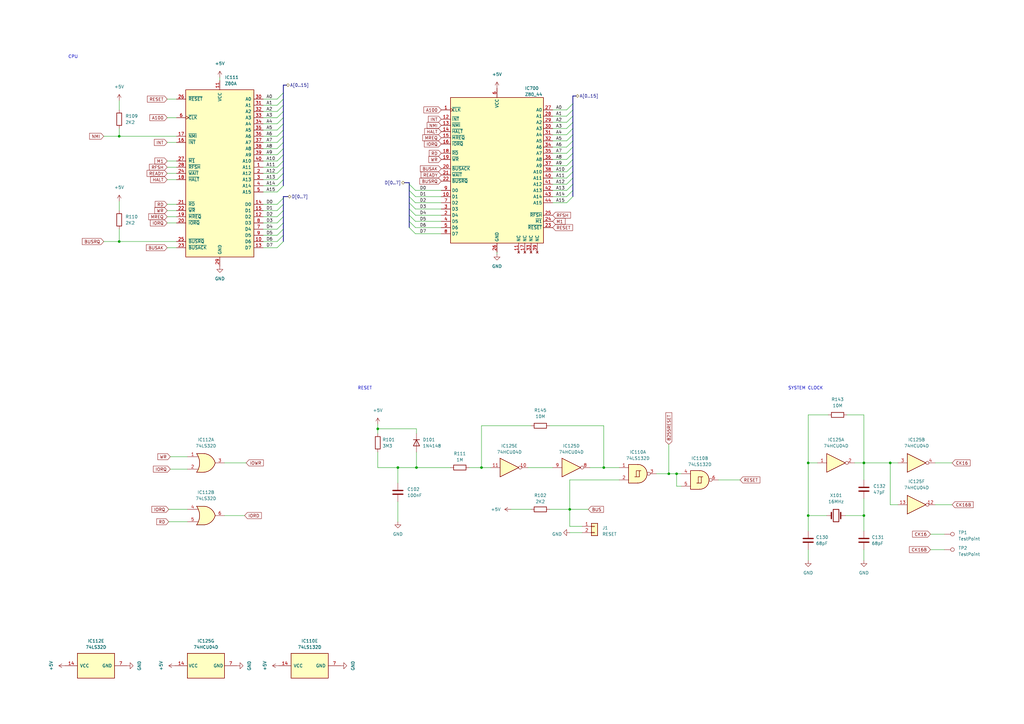
<source format=kicad_sch>
(kicad_sch (version 20230121) (generator eeschema)
  (paper "A3")
  (lib_symbols
    (symbol "74xx:74LS04"
      (property "Reference" "U" (at 0 1.27 0))
      (property "Value" "74LS04" (at 0 -1.27 0))
      (symbol "74LS04_1_0"
        (pin input line (at -7.62 0 0) (length 3.81) (name "~") (number "1"))
        (pin output inverted (at 7.62 0 180) (length 3.81) (name "~") (number "2"))
      )
      (symbol "74LS04_2_0"
        (pin input line (at -7.62 0 0) (length 3.81) (name "~") (number "3"))
        (pin output inverted (at 7.62 0 180) (length 3.81) (name "~") (number "4"))
      )
      (symbol "74LS04_3_0"
        (pin input line (at -7.62 0 0) (length 3.81) (name "~") (number "5"))
        (pin output inverted (at 7.62 0 180) (length 3.81) (name "~") (number "6"))
      )
      (symbol "74LS04_4_0"
        (pin output inverted (at 7.62 0 180) (length 3.81) (name "~") (number "8"))
        (pin input line (at -7.62 0 0) (length 3.81) (name "~") (number "9"))
      )
      (symbol "74LS04_5_0"
        (pin output inverted (at 7.62 0 180) (length 3.81) (name "~") (number "10"))
        (pin input line (at -7.62 0 0) (length 3.81) (name "~") (number "11"))
      )
      (symbol "74LS04_6_0"
        (pin output inverted (at 7.62 0 180) (length 3.81) (name "~") (number "12"))
        (pin input line (at -7.62 0 0) (length 3.81) (name "~") (number "13"))
      )
      (symbol "74LS04_7_0"
        (pin power_in line (at 0 12.7 270) (length 5.08) (name "VCC") (number "14"))
        (pin power_in line (at 0 -12.7 90) (length 5.08) (name "GND") (number "7"))
      )
    )
    (symbol "74xx:74LS132" (pin_names (offset 1.016))
      (property "Reference" "U" (at 0 1.27 0))
      (property "Value" "74LS132" (at 0 -1.27 0))
      (symbol "74LS132_1_1"
        (pin input line (at -7.62 2.54 0) (length 3.81) (name "~") (number "1"))
        (pin input line (at -7.62 -2.54 0) (length 3.81) (name "~") (number "2"))
        (pin output inverted (at 7.62 0 180) (length 3.81) (name "~") (number "3"))
      )
      (symbol "74LS132_1_2"
        (pin input inverted (at -7.62 2.54 0) (length 4.318) (name "~") (number "1"))
        (pin input inverted (at -7.62 -2.54 0) (length 4.318) (name "~") (number "2"))
        (pin output line (at 7.62 0 180) (length 3.81) (name "~") (number "3"))
      )
      (symbol "74LS132_2_1"
        (pin input line (at -7.62 2.54 0) (length 3.81) (name "~") (number "4"))
        (pin input line (at -7.62 -2.54 0) (length 3.81) (name "~") (number "5"))
        (pin output inverted (at 7.62 0 180) (length 3.81) (name "~") (number "6"))
      )
      (symbol "74LS132_2_2"
        (pin input inverted (at -7.62 2.54 0) (length 4.318) (name "~") (number "4"))
        (pin input inverted (at -7.62 -2.54 0) (length 4.318) (name "~") (number "5"))
        (pin output line (at 7.62 0 180) (length 3.81) (name "~") (number "6"))
      )
      (symbol "74LS132_3_1"
        (pin input line (at -7.62 -2.54 0) (length 3.81) (name "~") (number "10"))
        (pin output inverted (at 7.62 0 180) (length 3.81) (name "~") (number "8"))
        (pin input line (at -7.62 2.54 0) (length 3.81) (name "~") (number "9"))
      )
      (symbol "74LS132_3_2"
        (pin input inverted (at -7.62 -2.54 0) (length 4.318) (name "~") (number "10"))
        (pin output line (at 7.62 0 180) (length 3.81) (name "~") (number "8"))
        (pin input inverted (at -7.62 2.54 0) (length 4.318) (name "~") (number "9"))
      )
      (symbol "74LS132_4_1"
        (pin output inverted (at 7.62 0 180) (length 3.81) (name "~") (number "11"))
        (pin input line (at -7.62 2.54 0) (length 3.81) (name "~") (number "12"))
        (pin input line (at -7.62 -2.54 0) (length 3.81) (name "~") (number "13"))
      )
      (symbol "74LS132_4_2"
        (pin output line (at 7.62 0 180) (length 3.81) (name "~") (number "11"))
        (pin input inverted (at -7.62 2.54 0) (length 4.318) (name "~") (number "12"))
        (pin input inverted (at -7.62 -2.54 0) (length 4.318) (name "~") (number "13"))
      )
      (symbol "74LS132_5_0"
        (pin power_in line (at 0 12.7 270) (length 5.08) (name "VCC") (number "14"))
        (pin power_in line (at 0 -12.7 90) (length 5.08) (name "GND") (number "7"))
      )
    )
    (symbol "74xx:74LS32" (pin_names (offset 1.016))
      (property "Reference" "U" (at 0 1.27 0))
      (property "Value" "74LS32" (at 0 -1.27 0))
      (symbol "74LS32_1_1"
        (pin input line (at -7.62 2.54 0) (length 4.318) (name "~") (number "1"))
        (pin input line (at -7.62 -2.54 0) (length 4.318) (name "~") (number "2"))
        (pin output line (at 7.62 0 180) (length 3.81) (name "~") (number "3"))
      )
      (symbol "74LS32_1_2"
        (pin input inverted (at -7.62 2.54 0) (length 3.81) (name "~") (number "1"))
        (pin input inverted (at -7.62 -2.54 0) (length 3.81) (name "~") (number "2"))
        (pin output inverted (at 7.62 0 180) (length 3.81) (name "~") (number "3"))
      )
      (symbol "74LS32_2_1"
        (pin input line (at -7.62 2.54 0) (length 4.318) (name "~") (number "4"))
        (pin input line (at -7.62 -2.54 0) (length 4.318) (name "~") (number "5"))
        (pin output line (at 7.62 0 180) (length 3.81) (name "~") (number "6"))
      )
      (symbol "74LS32_2_2"
        (pin input inverted (at -7.62 2.54 0) (length 3.81) (name "~") (number "4"))
        (pin input inverted (at -7.62 -2.54 0) (length 3.81) (name "~") (number "5"))
        (pin output inverted (at 7.62 0 180) (length 3.81) (name "~") (number "6"))
      )
      (symbol "74LS32_3_1"
        (pin input line (at -7.62 -2.54 0) (length 4.318) (name "~") (number "10"))
        (pin output line (at 7.62 0 180) (length 3.81) (name "~") (number "8"))
        (pin input line (at -7.62 2.54 0) (length 4.318) (name "~") (number "9"))
      )
      (symbol "74LS32_3_2"
        (pin input inverted (at -7.62 -2.54 0) (length 3.81) (name "~") (number "10"))
        (pin output inverted (at 7.62 0 180) (length 3.81) (name "~") (number "8"))
        (pin input inverted (at -7.62 2.54 0) (length 3.81) (name "~") (number "9"))
      )
      (symbol "74LS32_4_1"
        (pin output line (at 7.62 0 180) (length 3.81) (name "~") (number "11"))
        (pin input line (at -7.62 2.54 0) (length 4.318) (name "~") (number "12"))
        (pin input line (at -7.62 -2.54 0) (length 4.318) (name "~") (number "13"))
      )
      (symbol "74LS32_4_2"
        (pin output inverted (at 7.62 0 180) (length 3.81) (name "~") (number "11"))
        (pin input inverted (at -7.62 2.54 0) (length 3.81) (name "~") (number "12"))
        (pin input inverted (at -7.62 -2.54 0) (length 3.81) (name "~") (number "13"))
      )
      (symbol "74LS32_5_0"
        (pin power_in line (at 0 12.7 270) (length 5.08) (name "VCC") (number "14"))
        (pin power_in line (at 0 -12.7 90) (length 5.08) (name "GND") (number "7"))
      )
    )
    (symbol "Amstrad:Z80_44"
      (property "Reference" "U" (at -17.78 31.75 0))
      (property "Value" "Z80_44" (at 15.24 31.75 0))
      (symbol "Z80_44_1_1"
        (pin input clock (at -22.86 25.4 0) (length 3.81) (name "~{CLK}") (number "1"))
        (pin bidirectional line (at -22.86 -10.16 0) (length 3.81) (name "D1") (number "10"))
        (pin no_connect line (at 8.89 -33.02 90) (length 3.81) (name "NC") (number "11"))
        (pin input line (at -22.86 21.59 0) (length 3.81) (name "~{INT}") (number "12"))
        (pin input line (at -22.86 19.05 0) (length 3.81) (name "~{NMI}") (number "13"))
        (pin output line (at -22.86 16.51 0) (length 3.81) (name "~{HALT}") (number "14"))
        (pin output line (at -22.86 13.97 0) (length 3.81) (name "~{MREQ}") (number "15"))
        (pin output line (at -22.86 11.43 0) (length 3.81) (name "~{IORQ}") (number "16"))
        (pin no_connect line (at 11.43 -33.02 90) (length 3.81) (name "NC") (number "17"))
        (pin output line (at -22.86 7.62 0) (length 3.81) (name "~{RD}") (number "18"))
        (pin output line (at -22.86 5.08 0) (length 3.81) (name "~{WR}") (number "19"))
        (pin bidirectional line (at -22.86 -17.78 0) (length 3.81) (name "D4") (number "2"))
        (pin output line (at -22.86 1.27 0) (length 3.81) (name "~{BUSACK}") (number "20"))
        (pin input line (at -22.86 -1.27 0) (length 3.81) (name "~{WAIT}") (number "21"))
        (pin input line (at -22.86 -3.81 0) (length 3.81) (name "~{BUSRQ}") (number "22"))
        (pin input line (at 22.86 -22.86 180) (length 3.81) (name "~{RESET}") (number "23"))
        (pin output line (at 22.86 -20.32 180) (length 3.81) (name "~{M1}") (number "24"))
        (pin output line (at 22.86 -17.78 180) (length 3.81) (name "~{RFSH}") (number "25"))
        (pin power_in line (at 0 -33.02 90) (length 3.81) (name "GND") (number "26"))
        (pin output line (at 22.86 25.4 180) (length 3.81) (name "A0") (number "27"))
        (pin output line (at 22.86 22.86 180) (length 3.81) (name "A1") (number "28"))
        (pin output line (at 22.86 20.32 180) (length 3.81) (name "A2") (number "29"))
        (pin bidirectional line (at -22.86 -15.24 0) (length 3.81) (name "D3") (number "3"))
        (pin output line (at 22.86 17.78 180) (length 3.81) (name "A3") (number "30"))
        (pin output line (at 22.86 15.24 180) (length 3.81) (name "A4") (number "31"))
        (pin output line (at 22.86 12.7 180) (length 3.81) (name "A5") (number "32"))
        (pin no_connect line (at 13.97 -33.02 90) (length 3.81) (name "NC") (number "33"))
        (pin output line (at 22.86 10.16 180) (length 3.81) (name "A6") (number "34"))
        (pin output line (at 22.86 7.62 180) (length 3.81) (name "A7") (number "35"))
        (pin output line (at 22.86 5.08 180) (length 3.81) (name "A8") (number "36"))
        (pin output line (at 22.86 2.54 180) (length 3.81) (name "A9") (number "37"))
        (pin output line (at 22.86 0 180) (length 3.81) (name "A10") (number "38"))
        (pin no_connect line (at 16.51 -33.02 90) (length 3.81) (name "NC") (number "39"))
        (pin bidirectional line (at -22.86 -20.32 0) (length 3.81) (name "D5") (number "4"))
        (pin output line (at 22.86 -2.54 180) (length 3.81) (name "A11") (number "40"))
        (pin output line (at 22.86 -5.08 180) (length 3.81) (name "A12") (number "41"))
        (pin output line (at 22.86 -7.62 180) (length 3.81) (name "A13") (number "42"))
        (pin output line (at 22.86 -10.16 180) (length 3.81) (name "A14") (number "43"))
        (pin output line (at 22.86 -12.7 180) (length 3.81) (name "A15") (number "44"))
        (pin bidirectional line (at -22.86 -22.86 0) (length 3.81) (name "D6") (number "5"))
        (pin power_in line (at 0 34.29 270) (length 3.81) (name "VCC") (number "6"))
        (pin bidirectional line (at -22.86 -12.7 0) (length 3.81) (name "D2") (number "7"))
        (pin bidirectional line (at -22.86 -25.4 0) (length 3.81) (name "D7") (number "8"))
        (pin bidirectional line (at -22.86 -7.62 0) (length 3.81) (name "D0") (number "9"))
      )
    )
    (symbol "CPU:Z80CPU" (pin_names (offset 1.016))
      (property "Reference" "U" (at -13.97 35.56 0))
      (property "Value" "Z80CPU" (at 6.35 35.56 0))
      (symbol "Z80CPU_1_1"
        (pin output line (at 17.78 2.54 180) (length 3.81) (name "A11") (number "1"))
        (pin bidirectional line (at 17.78 -27.94 180) (length 3.81) (name "D6") (number "10"))
        (pin power_in line (at 0 38.1 270) (length 3.81) (name "VCC") (number "11"))
        (pin bidirectional line (at 17.78 -17.78 180) (length 3.81) (name "D2") (number "12"))
        (pin bidirectional line (at 17.78 -30.48 180) (length 3.81) (name "D7") (number "13"))
        (pin bidirectional line (at 17.78 -12.7 180) (length 3.81) (name "D0") (number "14"))
        (pin bidirectional line (at 17.78 -15.24 180) (length 3.81) (name "D1") (number "15"))
        (pin input line (at -17.78 12.7 0) (length 3.81) (name "~{INT}") (number "16"))
        (pin input line (at -17.78 15.24 0) (length 3.81) (name "~{NMI}") (number "17"))
        (pin output line (at -17.78 -2.54 0) (length 3.81) (name "~{HALT}") (number "18"))
        (pin output line (at -17.78 -17.78 0) (length 3.81) (name "~{MREQ}") (number "19"))
        (pin output line (at 17.78 0 180) (length 3.81) (name "A12") (number "2"))
        (pin output line (at -17.78 -20.32 0) (length 3.81) (name "~{IORQ}") (number "20"))
        (pin output line (at -17.78 -12.7 0) (length 3.81) (name "~{RD}") (number "21"))
        (pin output line (at -17.78 -15.24 0) (length 3.81) (name "~{WR}") (number "22"))
        (pin output line (at -17.78 -30.48 0) (length 3.81) (name "~{BUSACK}") (number "23"))
        (pin input line (at -17.78 0 0) (length 3.81) (name "~{WAIT}") (number "24"))
        (pin input line (at -17.78 -27.94 0) (length 3.81) (name "~{BUSRQ}") (number "25"))
        (pin input line (at -17.78 30.48 0) (length 3.81) (name "~{RESET}") (number "26"))
        (pin output line (at -17.78 5.08 0) (length 3.81) (name "~{M1}") (number "27"))
        (pin output line (at -17.78 2.54 0) (length 3.81) (name "~{RFSH}") (number "28"))
        (pin power_in line (at 0 -38.1 90) (length 3.81) (name "GND") (number "29"))
        (pin output line (at 17.78 -2.54 180) (length 3.81) (name "A13") (number "3"))
        (pin output line (at 17.78 30.48 180) (length 3.81) (name "A0") (number "30"))
        (pin output line (at 17.78 27.94 180) (length 3.81) (name "A1") (number "31"))
        (pin output line (at 17.78 25.4 180) (length 3.81) (name "A2") (number "32"))
        (pin output line (at 17.78 22.86 180) (length 3.81) (name "A3") (number "33"))
        (pin output line (at 17.78 20.32 180) (length 3.81) (name "A4") (number "34"))
        (pin output line (at 17.78 17.78 180) (length 3.81) (name "A5") (number "35"))
        (pin output line (at 17.78 15.24 180) (length 3.81) (name "A6") (number "36"))
        (pin output line (at 17.78 12.7 180) (length 3.81) (name "A7") (number "37"))
        (pin output line (at 17.78 10.16 180) (length 3.81) (name "A8") (number "38"))
        (pin output line (at 17.78 7.62 180) (length 3.81) (name "A9") (number "39"))
        (pin output line (at 17.78 -5.08 180) (length 3.81) (name "A14") (number "4"))
        (pin output line (at 17.78 5.08 180) (length 3.81) (name "A10") (number "40"))
        (pin output line (at 17.78 -7.62 180) (length 3.81) (name "A15") (number "5"))
        (pin input clock (at -17.78 22.86 0) (length 3.81) (name "~{CLK}") (number "6"))
        (pin bidirectional line (at 17.78 -22.86 180) (length 3.81) (name "D4") (number "7"))
        (pin bidirectional line (at 17.78 -20.32 180) (length 3.81) (name "D3") (number "8"))
        (pin bidirectional line (at 17.78 -25.4 180) (length 3.81) (name "D5") (number "9"))
      )
    )
    (symbol "Connector:TestPoint" (pin_numbers hide) (pin_names (offset 0.762) hide)
      (property "Reference" "TP" (at 0 6.858 0))
      (property "Value" "TestPoint" (at 0 5.08 0))
      (symbol "TestPoint_1_1"
        (pin passive line (at 0 0 90) (length 2.54) (name "1") (number "1"))
      )
    )
    (symbol "Connector_Generic:Conn_01x02" (pin_names (offset 1.016) hide)
      (property "Reference" "J" (at 0 2.54 0))
      (property "Value" "Conn_01x02" (at 0 -5.08 0))
      (symbol "Conn_01x02_1_1"
        (pin passive line (at -5.08 0 0) (length 3.81) (name "Pin_1") (number "1"))
        (pin passive line (at -5.08 -2.54 0) (length 3.81) (name "Pin_2") (number "2"))
      )
    )
    (symbol "Device:C" (pin_numbers hide) (pin_names (offset 0.254))
      (property "Reference" "C" (at 0.635 2.54 0))
      (property "Value" "C" (at 0.635 -2.54 0))
      (symbol "C_1_1"
        (pin passive line (at 0 3.81 270) (length 2.794) (name "~") (number "1"))
        (pin passive line (at 0 -3.81 90) (length 2.794) (name "~") (number "2"))
      )
    )
    (symbol "Device:Crystal" (pin_numbers hide) (pin_names (offset 1.016) hide)
      (property "Reference" "Y" (at 0 3.81 0))
      (property "Value" "Crystal" (at 0 -3.81 0))
      (symbol "Crystal_1_1"
        (pin passive line (at -3.81 0 0) (length 1.27) (name "1") (number "1"))
        (pin passive line (at 3.81 0 180) (length 1.27) (name "2") (number "2"))
      )
    )
    (symbol "Device:D" (pin_numbers hide) (pin_names (offset 1.016) hide)
      (property "Reference" "D" (at 0 2.54 0))
      (property "Value" "D" (at 0 -2.54 0))
      (symbol "D_1_1"
        (pin passive line (at -3.81 0 0) (length 2.54) (name "K") (number "1"))
        (pin passive line (at 3.81 0 180) (length 2.54) (name "A") (number "2"))
      )
    )
    (symbol "Device:R" (pin_numbers hide) (pin_names (offset 0))
      (property "Reference" "R" (at 2.032 0 90))
      (property "Value" "R" (at 0 0 90))
      (symbol "R_1_1"
        (pin passive line (at 0 3.81 270) (length 1.27) (name "~") (number "1"))
        (pin passive line (at 0 -3.81 90) (length 1.27) (name "~") (number "2"))
      )
    )
    (symbol "power:+5V" (power) (pin_names (offset 0))
      (property "Value" "+5V" (at 0 3.556 0))
      (symbol "+5V_1_1"
        (pin power_in line (at 0 0 90) (length 0) hide (name "+5V") (number "1"))
      )
    )
    (symbol "power:GND" (power) (pin_names (offset 0))
      (property "Value" "GND" (at 0 -3.81 0))
      (symbol "GND_1_1"
        (pin power_in line (at 0 0 270) (length 0) hide (name "GND") (number "1"))
      )
    )
  )
  (junction (at 247.65 191.77))
  (junction (at 48.895 99.06))
  (junction (at 274.32 194.31))
  (junction (at 233.68 208.915))
  (junction (at 277.495 194.31))
  (junction (at 154.94 175.895))
  (junction (at 365.125 189.865))
  (junction (at 197.485 191.77))
  (junction (at 331.47 189.865))
  (junction (at 354.33 211.455))
  (junction (at 48.895 55.88))
  (junction (at 331.47 211.455))
  (junction (at 170.815 191.77))
  (junction (at 163.195 191.77))
  (junction (at 354.33 189.865))
  (bus_entry (at 113.665 93.98) (size 2.54 -2.54))
  (bus_entry (at 232.41 57.785) (size 2.54 -2.54))
  (bus_entry (at 232.41 52.705) (size 2.54 -2.54))
  (bus_entry (at 232.41 65.405) (size 2.54 -2.54))
  (bus_entry (at 232.41 55.245) (size 2.54 -2.54))
  (bus_entry (at 232.41 83.185) (size 2.54 -2.54))
  (bus_entry (at 232.41 50.165) (size 2.54 -2.54))
  (bus_entry (at 232.41 60.325) (size 2.54 -2.54))
  (bus_entry (at 113.665 66.04) (size 2.54 -2.54))
  (bus_entry (at 170.3928 80.645) (size -2.54 -2.54))
  (bus_entry (at 113.665 53.34) (size 2.54 -2.54))
  (bus_entry (at 113.665 83.82) (size 2.54 -2.54))
  (bus_entry (at 113.665 50.8) (size 2.54 -2.54))
  (bus_entry (at 232.41 78.105) (size 2.54 -2.54))
  (bus_entry (at 113.665 86.36) (size 2.54 -2.54))
  (bus_entry (at 113.665 58.42) (size 2.54 -2.54))
  (bus_entry (at 170.3928 85.725) (size -2.54 -2.54))
  (bus_entry (at 232.41 75.565) (size 2.54 -2.54))
  (bus_entry (at 232.41 67.945) (size 2.54 -2.54))
  (bus_entry (at 232.41 47.625) (size 2.54 -2.54))
  (bus_entry (at 113.665 76.2) (size 2.54 -2.54))
  (bus_entry (at 113.665 99.06) (size 2.54 -2.54))
  (bus_entry (at 170.3928 93.345) (size -2.54 -2.54))
  (bus_entry (at 113.665 96.52) (size 2.54 -2.54))
  (bus_entry (at 113.665 101.6) (size 2.54 -2.54))
  (bus_entry (at 113.665 48.26) (size 2.54 -2.54))
  (bus_entry (at 113.665 40.64) (size 2.54 -2.54))
  (bus_entry (at 113.665 60.96) (size 2.54 -2.54))
  (bus_entry (at 113.665 73.66) (size 2.54 -2.54))
  (bus_entry (at 170.3928 83.185) (size -2.54 -2.54))
  (bus_entry (at 232.41 62.865) (size 2.54 -2.54))
  (bus_entry (at 170.3928 78.105) (size -2.54 -2.54))
  (bus_entry (at 232.41 73.025) (size 2.54 -2.54))
  (bus_entry (at 113.665 63.5) (size 2.54 -2.54))
  (bus_entry (at 113.665 88.9) (size 2.54 -2.54))
  (bus_entry (at 113.665 91.44) (size 2.54 -2.54))
  (bus_entry (at 170.3928 95.885) (size -2.54 -2.54))
  (bus_entry (at 232.41 70.485) (size 2.54 -2.54))
  (bus_entry (at 170.3928 88.265) (size -2.54 -2.54))
  (bus_entry (at 113.665 71.12) (size 2.54 -2.54))
  (bus_entry (at 113.665 43.18) (size 2.54 -2.54))
  (bus_entry (at 113.665 45.72) (size 2.54 -2.54))
  (bus_entry (at 113.665 55.88) (size 2.54 -2.54))
  (bus_entry (at 113.665 68.58) (size 2.54 -2.54))
  (bus_entry (at 232.41 45.085) (size 2.54 -2.54))
  (bus_entry (at 113.665 78.74) (size 2.54 -2.54))
  (bus_entry (at 170.3928 90.805) (size -2.54 -2.54))
  (bus_entry (at 232.41 80.645) (size 2.54 -2.54))
  (wire (pts (xy 226.695 47.625) (xy 232.41 47.625)))
  (wire (pts (xy 233.68 215.9) (xy 233.68 208.915)))
  (bus (pts (xy 167.8528 75.565) (xy 167.8528 78.105)))
  (wire (pts (xy 203.835 104.14) (xy 203.835 103.505)))
  (wire (pts (xy 354.33 189.865) (xy 354.33 170.18)))
  (wire (pts (xy 107.95 48.26) (xy 113.665 48.26)))
  (wire (pts (xy 274.32 194.31) (xy 277.495 194.31)))
  (bus (pts (xy 234.95 62.865) (xy 234.95 65.405)))
  (bus (pts (xy 167.8528 85.725) (xy 167.8528 88.265)))
  (wire (pts (xy 107.95 73.66) (xy 113.665 73.66)))
  (wire (pts (xy 154.94 175.895) (xy 154.94 177.8)))
  (wire (pts (xy 247.65 191.77) (xy 254 191.77)))
  (wire (pts (xy 154.94 173.99) (xy 154.94 175.895)))
  (wire (pts (xy 233.68 208.915) (xy 241.3 208.915)))
  (wire (pts (xy 68.58 101.6) (xy 72.39 101.6)))
  (wire (pts (xy 279.4 199.39) (xy 277.495 199.39)))
  (bus (pts (xy 167.8528 90.805) (xy 167.8528 93.345)))
  (wire (pts (xy 226.695 57.785) (xy 232.41 57.785)))
  (wire (pts (xy 387.35 219.075) (xy 381.635 219.075)))
  (wire (pts (xy 107.95 53.34) (xy 113.665 53.34)))
  (wire (pts (xy 331.47 170.18) (xy 339.725 170.18)))
  (wire (pts (xy 247.65 174.625) (xy 247.65 191.77)))
  (wire (pts (xy 48.895 55.88) (xy 72.39 55.88)))
  (wire (pts (xy 354.33 204.47) (xy 354.33 211.455)))
  (wire (pts (xy 226.695 75.565) (xy 232.41 75.565)))
  (wire (pts (xy 68.58 83.82) (xy 72.39 83.82)))
  (wire (pts (xy 170.3928 80.645) (xy 180.975 80.645)))
  (wire (pts (xy 209.55 208.915) (xy 217.805 208.915)))
  (wire (pts (xy 350.52 189.865) (xy 354.33 189.865)))
  (wire (pts (xy 68.58 86.36) (xy 72.39 86.36)))
  (wire (pts (xy 269.24 194.31) (xy 274.32 194.31)))
  (bus (pts (xy 116.205 45.72) (xy 116.205 48.26)))
  (wire (pts (xy 216.535 191.77) (xy 226.695 191.77)))
  (bus (pts (xy 116.205 34.925) (xy 116.205 38.1)))
  (wire (pts (xy 170.3928 83.185) (xy 180.975 83.185)))
  (wire (pts (xy 154.94 191.77) (xy 163.195 191.77)))
  (wire (pts (xy 217.805 174.625) (xy 197.485 174.625)))
  (wire (pts (xy 354.33 217.805) (xy 354.33 211.455)))
  (wire (pts (xy 368.3 207.01) (xy 365.125 207.01)))
  (bus (pts (xy 234.95 65.405) (xy 234.95 67.945)))
  (bus (pts (xy 116.205 93.98) (xy 116.205 96.52)))
  (wire (pts (xy 48.895 41.275) (xy 48.895 45.085)))
  (bus (pts (xy 234.95 78.105) (xy 234.95 80.645)))
  (bus (pts (xy 234.95 73.025) (xy 234.95 75.565)))
  (wire (pts (xy 163.195 205.74) (xy 163.195 213.995)))
  (wire (pts (xy 226.695 70.485) (xy 232.41 70.485)))
  (bus (pts (xy 167.8528 88.265) (xy 167.8528 90.805)))
  (bus (pts (xy 116.205 63.5) (xy 116.205 66.04)))
  (wire (pts (xy 226.695 45.085) (xy 232.41 45.085)))
  (wire (pts (xy 226.695 67.945) (xy 232.41 67.945)))
  (wire (pts (xy 331.47 217.805) (xy 331.47 211.455)))
  (bus (pts (xy 234.95 60.325) (xy 234.95 62.865)))
  (bus (pts (xy 234.95 42.545) (xy 234.95 45.085)))
  (wire (pts (xy 107.95 43.18) (xy 113.665 43.18)))
  (wire (pts (xy 107.95 99.06) (xy 113.665 99.06)))
  (wire (pts (xy 354.33 225.425) (xy 354.33 229.87)))
  (wire (pts (xy 154.94 175.895) (xy 170.815 175.895)))
  (wire (pts (xy 170.3928 85.725) (xy 180.975 85.725)))
  (wire (pts (xy 233.68 218.44) (xy 238.76 218.44)))
  (bus (pts (xy 234.95 50.165) (xy 234.95 52.705)))
  (wire (pts (xy 107.95 66.04) (xy 113.665 66.04)))
  (wire (pts (xy 48.895 82.55) (xy 48.895 86.36)))
  (bus (pts (xy 116.205 40.64) (xy 116.205 43.18)))
  (wire (pts (xy 68.58 88.9) (xy 72.39 88.9)))
  (wire (pts (xy 170.815 185.42) (xy 170.815 191.77)))
  (wire (pts (xy 170.3928 93.345) (xy 180.975 93.345)))
  (wire (pts (xy 294.64 196.85) (xy 303.53 196.85)))
  (wire (pts (xy 107.95 71.12) (xy 113.665 71.12)))
  (wire (pts (xy 383.54 207.01) (xy 390.525 207.01)))
  (wire (pts (xy 107.95 40.64) (xy 113.665 40.64)))
  (wire (pts (xy 387.35 225.425) (xy 381.635 225.425)))
  (bus (pts (xy 116.205 88.9) (xy 116.205 91.44)))
  (wire (pts (xy 107.95 78.74) (xy 113.665 78.74)))
  (bus (pts (xy 116.205 43.18) (xy 116.205 45.72)))
  (wire (pts (xy 68.58 58.42) (xy 72.39 58.42)))
  (wire (pts (xy 107.95 86.36) (xy 113.665 86.36)))
  (bus (pts (xy 167.8528 74.93) (xy 167.8528 75.565)))
  (wire (pts (xy 48.895 93.98) (xy 48.895 99.06)))
  (bus (pts (xy 234.95 39.37) (xy 234.95 42.545)))
  (wire (pts (xy 69.215 208.915) (xy 76.835 208.915)))
  (wire (pts (xy 107.95 45.72) (xy 113.665 45.72)))
  (bus (pts (xy 116.205 73.66) (xy 116.205 76.2)))
  (bus (pts (xy 116.205 81.28) (xy 116.205 83.82)))
  (wire (pts (xy 170.815 177.8) (xy 170.815 175.895)))
  (wire (pts (xy 48.895 52.705) (xy 48.895 55.88)))
  (wire (pts (xy 170.3928 78.105) (xy 180.975 78.105)))
  (wire (pts (xy 42.545 99.06) (xy 48.895 99.06)))
  (bus (pts (xy 116.205 80.645) (xy 116.205 81.28)))
  (bus (pts (xy 234.95 55.245) (xy 234.95 57.785)))
  (wire (pts (xy 107.95 50.8) (xy 113.665 50.8)))
  (wire (pts (xy 226.695 78.105) (xy 232.41 78.105)))
  (bus (pts (xy 116.205 60.96) (xy 116.205 63.5)))
  (bus (pts (xy 116.205 58.42) (xy 116.205 60.96)))
  (wire (pts (xy 107.95 76.2) (xy 113.665 76.2)))
  (wire (pts (xy 277.495 199.39) (xy 277.495 194.31)))
  (wire (pts (xy 170.3928 88.265) (xy 180.975 88.265)))
  (wire (pts (xy 69.85 192.405) (xy 76.835 192.405)))
  (bus (pts (xy 116.205 66.04) (xy 116.205 68.58)))
  (wire (pts (xy 226.695 65.405) (xy 232.41 65.405)))
  (bus (pts (xy 234.95 70.485) (xy 234.95 73.025)))
  (wire (pts (xy 68.58 40.64) (xy 72.39 40.64)))
  (wire (pts (xy 225.425 208.915) (xy 233.68 208.915)))
  (bus (pts (xy 116.205 96.52) (xy 116.205 99.06)))
  (wire (pts (xy 107.95 55.88) (xy 113.665 55.88)))
  (wire (pts (xy 69.215 213.995) (xy 76.835 213.995)))
  (bus (pts (xy 116.205 50.8) (xy 116.205 53.34)))
  (bus (pts (xy 116.205 68.58) (xy 116.205 71.12)))
  (wire (pts (xy 331.47 211.455) (xy 331.47 189.865)))
  (wire (pts (xy 107.95 83.82) (xy 113.665 83.82)))
  (wire (pts (xy 107.95 91.44) (xy 113.665 91.44)))
  (bus (pts (xy 116.205 83.82) (xy 116.205 86.36)))
  (bus (pts (xy 116.205 53.34) (xy 116.205 55.88)))
  (wire (pts (xy 107.95 93.98) (xy 113.665 93.98)))
  (bus (pts (xy 116.205 38.1) (xy 116.205 40.64)))
  (wire (pts (xy 68.58 71.12) (xy 72.39 71.12)))
  (bus (pts (xy 167.8528 83.185) (xy 167.8528 85.725)))
  (bus (pts (xy 234.95 75.565) (xy 234.95 78.105)))
  (wire (pts (xy 233.68 196.85) (xy 254 196.85)))
  (bus (pts (xy 117.475 34.925) (xy 116.205 34.925)))
  (wire (pts (xy 226.695 62.865) (xy 232.41 62.865)))
  (wire (pts (xy 226.695 80.645) (xy 232.41 80.645)))
  (wire (pts (xy 225.425 174.625) (xy 247.65 174.625)))
  (bus (pts (xy 116.205 86.36) (xy 116.205 88.9)))
  (wire (pts (xy 170.3928 90.805) (xy 180.975 90.805)))
  (bus (pts (xy 234.95 67.945) (xy 234.95 70.485)))
  (bus (pts (xy 118.11 80.645) (xy 116.205 80.645)))
  (wire (pts (xy 365.125 189.865) (xy 368.3 189.865)))
  (bus (pts (xy 116.205 48.26) (xy 116.205 50.8)))
  (wire (pts (xy 277.495 194.31) (xy 279.4 194.31)))
  (wire (pts (xy 68.58 73.66) (xy 72.39 73.66)))
  (wire (pts (xy 107.95 96.52) (xy 113.665 96.52)))
  (wire (pts (xy 197.485 191.77) (xy 201.295 191.77)))
  (wire (pts (xy 331.47 189.865) (xy 335.28 189.865)))
  (wire (pts (xy 331.47 211.455) (xy 339.09 211.455)))
  (wire (pts (xy 346.71 211.455) (xy 354.33 211.455)))
  (wire (pts (xy 170.3928 95.885) (xy 180.975 95.885)))
  (bus (pts (xy 234.95 45.085) (xy 234.95 47.625)))
  (wire (pts (xy 163.195 191.77) (xy 163.195 198.12)))
  (wire (pts (xy 107.95 68.58) (xy 113.665 68.58)))
  (wire (pts (xy 241.935 191.77) (xy 247.65 191.77)))
  (wire (pts (xy 331.47 189.865) (xy 331.47 170.18)))
  (wire (pts (xy 92.075 189.865) (xy 100.965 189.865)))
  (bus (pts (xy 234.95 52.705) (xy 234.95 55.245)))
  (wire (pts (xy 354.33 189.865) (xy 354.33 196.85)))
  (wire (pts (xy 107.95 88.9) (xy 113.665 88.9)))
  (wire (pts (xy 226.695 60.325) (xy 232.41 60.325)))
  (bus (pts (xy 116.205 71.12) (xy 116.205 73.66)))
  (bus (pts (xy 167.8528 78.105) (xy 167.8528 80.645)))
  (bus (pts (xy 116.205 55.88) (xy 116.205 58.42)))
  (wire (pts (xy 238.76 215.9) (xy 233.68 215.9)))
  (wire (pts (xy 42.545 55.88) (xy 48.895 55.88)))
  (wire (pts (xy 48.895 99.06) (xy 72.39 99.06)))
  (wire (pts (xy 331.47 225.425) (xy 331.47 229.87)))
  (wire (pts (xy 233.68 208.915) (xy 233.68 196.85)))
  (wire (pts (xy 69.85 187.325) (xy 76.835 187.325)))
  (wire (pts (xy 226.695 83.185) (xy 232.41 83.185)))
  (wire (pts (xy 274.32 182.245) (xy 274.32 194.31)))
  (bus (pts (xy 116.205 91.44) (xy 116.205 93.98)))
  (wire (pts (xy 68.58 91.44) (xy 72.39 91.44)))
  (wire (pts (xy 226.695 55.245) (xy 232.41 55.245)))
  (bus (pts (xy 234.95 57.785) (xy 234.95 60.325)))
  (wire (pts (xy 107.95 63.5) (xy 113.665 63.5)))
  (wire (pts (xy 154.94 185.42) (xy 154.94 191.77)))
  (wire (pts (xy 92.075 211.455) (xy 100.33 211.455)))
  (wire (pts (xy 226.695 52.705) (xy 232.41 52.705)))
  (wire (pts (xy 107.95 58.42) (xy 113.665 58.42)))
  (wire (pts (xy 354.33 170.18) (xy 347.345 170.18)))
  (wire (pts (xy 226.695 73.025) (xy 232.41 73.025)))
  (bus (pts (xy 236.22 39.37) (xy 234.95 39.37)))
  (bus (pts (xy 234.95 47.625) (xy 234.95 50.165)))
  (wire (pts (xy 170.815 191.77) (xy 184.785 191.77)))
  (wire (pts (xy 68.58 68.58) (xy 72.39 68.58)))
  (wire (pts (xy 192.405 191.77) (xy 197.485 191.77)))
  (wire (pts (xy 107.95 101.6) (xy 113.665 101.6)))
  (bus (pts (xy 167.8528 80.645) (xy 167.8528 83.185)))
  (wire (pts (xy 68.58 66.04) (xy 72.39 66.04)))
  (wire (pts (xy 107.95 60.96) (xy 113.665 60.96)))
  (wire (pts (xy 365.125 207.01) (xy 365.125 189.865)))
  (wire (pts (xy 226.695 50.165) (xy 232.41 50.165)))
  (wire (pts (xy 163.195 191.77) (xy 170.815 191.77)))
  (wire (pts (xy 68.58 48.26) (xy 72.39 48.26)))
  (wire (pts (xy 197.485 174.625) (xy 197.485 191.77)))
  (bus (pts (xy 165.9478 74.93) (xy 167.8528 74.93)))
  (wire (pts (xy 90.17 31.75) (xy 90.17 33.02)))
  (wire (pts (xy 354.33 189.865) (xy 365.125 189.865)))
  (wire (pts (xy 383.54 189.865) (xy 390.525 189.865)))
  (text "RESET" (at 146.685 160.02 0) (effects (font (size 1.27 1.27)) (justify left bottom)))
  (text "CPU" (at 27.94 24.13 0) (effects (font (size 1.27 1.27)) (justify left bottom)))
  (text "SYSTEM CLOCK" (at 323.215 160.02 0) (effects (font (size 1.27 1.27)) (justify left bottom)))
  (label "A1" (at 109.22 43.18 0))
  (label "D2" (at 174.8378 83.185 180))
  (label "A8" (at 227.965 65.405 0))
  (label "D2" (at 109.22 88.9 0))
  (label "A15" (at 227.965 83.185 0))
  (label "A12" (at 227.965 75.565 0))
  (label "A7" (at 227.965 62.865 0))
  (label "A3" (at 109.22 48.26 0))
  (label "A3" (at 227.965 52.705 0))
  (label "A0" (at 109.22 40.64 0))
  (label "A10" (at 227.965 70.485 0))
  (label "A2" (at 227.965 50.165 0))
  (label "A2" (at 109.22 45.72 0))
  (label "A6" (at 227.965 60.325 0))
  (label "D3" (at 109.22 91.44 0))
  (label "A15" (at 109.22 78.74 0))
  (label "A13" (at 227.965 78.105 0))
  (label "D3" (at 174.8378 85.725 180))
  (label "A5" (at 109.22 53.34 0))
  (label "A7" (at 109.22 58.42 0))
  (label "D5" (at 174.8378 90.805 180))
  (label "A0" (at 227.965 45.085 0))
  (label "A4" (at 227.965 55.245 0))
  (label "A11" (at 227.965 73.025 0))
  (label "A14" (at 109.22 76.2 0))
  (label "D0" (at 109.22 83.82 0))
  (label "D7" (at 109.22 101.6 0))
  (label "D6" (at 174.8378 93.345 180))
  (label "A8" (at 109.22 60.96 0))
  (label "A9" (at 109.22 63.5 0))
  (label "A11" (at 109.22 68.58 0))
  (label "D5" (at 109.22 96.52 0))
  (label "D7" (at 174.8378 95.885 180))
  (label "A1" (at 227.965 47.625 0))
  (label "A13" (at 109.22 73.66 0))
  (label "A14" (at 227.965 80.645 0))
  (label "A12" (at 109.22 71.12 0))
  (label "A4" (at 109.22 50.8 0))
  (label "A6" (at 109.22 55.88 0))
  (label "A9" (at 227.965 67.945 0))
  (label "D0" (at 174.8378 78.105 180))
  (label "D1" (at 174.8378 80.645 180))
  (label "D4" (at 174.8378 88.265 180))
  (label "A5" (at 227.965 57.785 0))
  (label "A10" (at 109.22 66.04 0))
  (label "D4" (at 109.22 93.98 0))
  (label "D6" (at 109.22 99.06 0))
  (label "D1" (at 109.22 86.36 0))
  (global_label "READY" (shape input) (at 180.975 71.755 180) (property "Intersheetrefs" "${INTERSHEET_REFS}" (effects hide)))
  (global_label "WR" (shape input) (at 69.85 187.325 180) (property "Intersheetrefs" "${INTERSHEET_REFS}" (effects hide)))
  (global_label "RESET" (shape input) (at 68.58 40.64 180) (property "Intersheetrefs" "${INTERSHEET_REFS}" (effects hide)))
  (global_label "WR" (shape input) (at 180.975 65.405 180) (property "Intersheetrefs" "${INTERSHEET_REFS}" (effects hide)))
  (global_label "CK16B" (shape input) (at 381.635 225.425 180) (property "Intersheetrefs" "${INTERSHEET_REFS}" (effects hide)))
  (global_label "INT" (shape input) (at 68.58 58.42 180) (property "Intersheetrefs" "${INTERSHEET_REFS}" (effects hide)))
  (global_label "NMI" (shape input) (at 180.975 51.435 180) (property "Intersheetrefs" "${INTERSHEET_REFS}" (effects hide)))
  (global_label "RD" (shape input) (at 68.58 83.82 180) (property "Intersheetrefs" "${INTERSHEET_REFS}" (effects hide)))
  (global_label "RD" (shape input) (at 180.975 62.865 180) (property "Intersheetrefs" "${INTERSHEET_REFS}" (effects hide)))
  (global_label "CK16B" (shape input) (at 390.525 207.01 0) (property "Intersheetrefs" "${INTERSHEET_REFS}" (effects hide)))
  (global_label "IOWR" (shape input) (at 100.965 189.865 0) (property "Intersheetrefs" "${INTERSHEET_REFS}" (effects hide)))
  (global_label "BUS" (shape input) (at 241.3 208.915 0) (property "Intersheetrefs" "${INTERSHEET_REFS}" (effects hide)))
  (global_label "IORQ" (shape input) (at 180.975 59.055 180) (property "Intersheetrefs" "${INTERSHEET_REFS}" (effects hide)))
  (global_label "RESET" (shape input) (at 303.53 196.85 0) (property "Intersheetrefs" "${INTERSHEET_REFS}" (effects hide)))
  (global_label "A100" (shape input) (at 68.58 48.26 180) (property "Intersheetrefs" "${INTERSHEET_REFS}" (effects hide)))
  (global_label "INT" (shape input) (at 180.975 48.895 180) (property "Intersheetrefs" "${INTERSHEET_REFS}" (effects hide)))
  (global_label "READY" (shape input) (at 68.58 71.12 180) (property "Intersheetrefs" "${INTERSHEET_REFS}" (effects hide)))
  (global_label "RD" (shape input) (at 69.215 213.995 180) (property "Intersheetrefs" "${INTERSHEET_REFS}" (effects hide)))
  (global_label "M1" (shape input) (at 226.695 90.805 0) (property "Intersheetrefs" "${INTERSHEET_REFS}" (effects hide)))
  (global_label "RFSH" (shape input) (at 226.695 88.265 0) (property "Intersheetrefs" "${INTERSHEET_REFS}" (effects hide)))
  (global_label "BUSAK" (shape input) (at 180.975 69.215 180) (property "Intersheetrefs" "${INTERSHEET_REFS}" (effects hide)))
  (global_label "8255RESET" (shape input) (at 274.32 182.245 90) (property "Intersheetrefs" "${INTERSHEET_REFS}" (effects hide)))
  (global_label "IORQ" (shape input) (at 69.215 208.915 180) (property "Intersheetrefs" "${INTERSHEET_REFS}" (effects hide)))
  (global_label "HALT" (shape input) (at 180.975 53.975 180) (property "Intersheetrefs" "${INTERSHEET_REFS}" (effects hide)))
  (global_label "MREQ" (shape input) (at 68.58 88.9 180) (property "Intersheetrefs" "${INTERSHEET_REFS}" (effects hide)))
  (global_label "NMI" (shape input) (at 42.545 55.88 180) (property "Intersheetrefs" "${INTERSHEET_REFS}" (effects hide)))
  (global_label "IORQ" (shape input) (at 69.85 192.405 180) (property "Intersheetrefs" "${INTERSHEET_REFS}" (effects hide)))
  (global_label "A100" (shape input) (at 180.975 45.085 180) (property "Intersheetrefs" "${INTERSHEET_REFS}" (effects hide)))
  (global_label "IORQ" (shape input) (at 68.58 91.44 180) (property "Intersheetrefs" "${INTERSHEET_REFS}" (effects hide)))
  (global_label "HALT" (shape input) (at 68.58 73.66 180) (property "Intersheetrefs" "${INTERSHEET_REFS}" (effects hide)))
  (global_label "WR" (shape input) (at 68.58 86.36 180) (property "Intersheetrefs" "${INTERSHEET_REFS}" (effects hide)))
  (global_label "BUSAK" (shape input) (at 68.58 101.6 180) (property "Intersheetrefs" "${INTERSHEET_REFS}" (effects hide)))
  (global_label "BUSRQ" (shape input) (at 180.975 74.295 180) (property "Intersheetrefs" "${INTERSHEET_REFS}" (effects hide)))
  (global_label "M1" (shape input) (at 68.58 66.04 180) (property "Intersheetrefs" "${INTERSHEET_REFS}" (effects hide)))
  (global_label "IORD" (shape input) (at 100.33 211.455 0) (property "Intersheetrefs" "${INTERSHEET_REFS}" (effects hide)))
  (global_label "BUSRQ" (shape input) (at 42.545 99.06 180) (property "Intersheetrefs" "${INTERSHEET_REFS}" (effects hide)))
  (global_label "RESET" (shape input) (at 226.695 93.345 0) (property "Intersheetrefs" "${INTERSHEET_REFS}" (effects hide)))
  (global_label "CK16" (shape input) (at 390.525 189.865 0) (property "Intersheetrefs" "${INTERSHEET_REFS}" (effects hide)))
  (global_label "MREQ" (shape input) (at 180.975 56.515 180) (property "Intersheetrefs" "${INTERSHEET_REFS}" (effects hide)))
  (global_label "RFSH" (shape input) (at 68.58 68.58 180) (property "Intersheetrefs" "${INTERSHEET_REFS}" (effects hide)))
  (global_label "CK16" (shape input) (at 381.635 219.075 180) (property "Intersheetrefs" "${INTERSHEET_REFS}" (effects hide)))
  (hierarchical_label "D[0..7]" (shape bidirectional) (at 165.9478 74.93 180))
  (hierarchical_label "A[0..15]" (shape bidirectional) (at 117.475 34.925 0))
  (hierarchical_label "A[0..15]" (shape bidirectional) (at 236.22 39.37 0))
  (hierarchical_label "D[0..7]" (shape bidirectional) (at 118.11 80.645 0))
  (symbol (lib_id "Device:C") (at 331.47 221.615 0) (unit 1)
    (property "Reference" "C130" (at 334.645 220.3449 0) (effects (justify left)))
    (property "Value" "68pF" (at 334.645 222.8849 0) (effects (justify left)))
    (property "Footprint" "Capacitor_SMD:C_0805_2012Metric" (effects hide))
    (property "LCSC" "C1834" (effects hide))
  )
  (symbol (lib_id "74xx:74LS04") (at 208.915 191.77 0) (unit 5)
    (property "Reference" "IC125" (at 208.915 182.88 0))
    (property "Value" "74HCU04D" (at 208.915 185.42 0))
    (property "Footprint" "Package_SO:SOIC-14_3.9x8.7mm_P1.27mm" (effects hide))
    (property "Datasheet" "http://www.ti.com/lit/gpn/sn74LS04" (effects hide))
  )
  (symbol (lib_id "Device:R") (at 343.535 170.18 90) (unit 1)
    (property "Reference" "R143" (at 343.535 163.83 90))
    (property "Value" "10M" (at 343.535 166.37 90))
    (property "Footprint" "Resistor_SMD:R_0805_2012Metric" (effects hide))
    (property "LCSC" "C309665" (effects hide))
  )
  (symbol (lib_id "74xx:74LS32") (at 39.37 273.05 90) (unit 5)
    (property "Reference" "IC112" (at 39.37 262.89 90))
    (property "Value" "74LS32D" (at 39.37 265.43 90))
    (property "Footprint" "Package_SO:SOIC-14_3.9x8.7mm_P1.27mm" (effects hide))
    (property "Datasheet" "http://www.ti.com/lit/gpn/sn74LS32" (effects hide))
  )
  (symbol (lib_id "Connector:TestPoint") (at 387.35 219.075 270) (unit 1)
    (property "Reference" "TP1" (at 393.065 218.44 90) (effects (justify left)))
    (property "Value" "TestPoint" (at 393.065 220.98 90) (effects (justify left)))
    (property "Footprint" "TestPoint:TestPoint_Pad_D1.5mm" (effects hide))
  )
  (symbol (lib_id "Device:Crystal") (at 342.9 211.455 0) (unit 1)
    (property "Reference" "X101" (at 342.9 203.2 0))
    (property "Value" "16MHz" (at 342.9 205.74 0))
    (property "Footprint" "Crystal:Crystal_HC49-U_Vertical" (effects hide))
  )
  (symbol (lib_id "power:GND") (at 97.155 273.05 90) (unit 1)
    (property "Reference" "#PWR0112" (effects hide))
    (property "Value" "GND" (at 102.235 273.05 0))
  )
  (symbol (lib_id "74xx:74LS32") (at 84.455 189.865 0) (unit 1)
    (property "Reference" "IC112" (at 84.455 180.34 0))
    (property "Value" "74LS32D" (at 84.455 182.88 0))
    (property "Footprint" "Package_SO:SOIC-14_3.9x8.7mm_P1.27mm" (effects hide))
    (property "Datasheet" "http://www.ti.com/lit/gpn/sn74LS32" (effects hide))
  )
  (symbol (lib_id "power:+5V") (at 154.94 173.99 0) (unit 1)
    (property "Reference" "#PWR0114" (effects hide))
    (property "Value" "+5V" (at 154.94 168.275 0))
  )
  (symbol (lib_id "Device:C") (at 354.33 221.615 0) (unit 1)
    (property "Reference" "C131" (at 357.505 220.3449 0) (effects (justify left)))
    (property "Value" "68pF" (at 357.505 222.8849 0) (effects (justify left)))
    (property "Footprint" "Capacitor_SMD:C_0805_2012Metric" (effects hide))
    (property "LCSC" "C1834" (effects hide))
  )
  (symbol (lib_id "74xx:74LS04") (at 375.92 189.865 0) (unit 2)
    (property "Reference" "IC125" (at 375.92 180.34 0))
    (property "Value" "74HCU04D" (at 375.92 182.88 0))
    (property "Footprint" "Package_SO:SOIC-14_3.9x8.7mm_P1.27mm" (effects hide))
    (property "Datasheet" "http://www.ti.com/lit/gpn/sn74LS04" (effects hide))
  )
  (symbol (lib_id "Device:R") (at 154.94 181.61 0) (unit 1)
    (property "Reference" "R101" (at 156.845 180.3399 0) (effects (justify left)))
    (property "Value" "3M3" (at 156.845 182.8799 0) (effects (justify left)))
    (property "Footprint" "Resistor_SMD:R_0805_2012Metric" (effects hide))
    (property "LCSC" "C483095" (effects hide))
  )
  (symbol (lib_id "Device:R") (at 188.595 191.77 90) (unit 1)
    (property "Reference" "R111" (at 188.595 186.055 90))
    (property "Value" "1M" (at 188.595 188.595 90))
    (property "Footprint" "Resistor_SMD:R_0805_2012Metric" (effects hide))
    (property "LCSC" "C482940" (effects hide))
  )
  (symbol (lib_id "74xx:74LS04") (at 375.92 207.01 0) (unit 6)
    (property "Reference" "IC125" (at 375.92 197.485 0))
    (property "Value" "74HCU04D" (at 375.92 200.025 0))
    (property "Footprint" "Package_SO:SOIC-14_3.9x8.7mm_P1.27mm" (effects hide))
    (property "Datasheet" "http://www.ti.com/lit/gpn/sn74LS04" (effects hide))
  )
  (symbol (lib_id "power:+5V") (at 26.67 273.05 90) (unit 1)
    (property "Reference" "#PWR0107" (effects hide))
    (property "Value" "+5V" (at 20.955 273.05 0))
  )
  (symbol (lib_id "power:GND") (at 331.47 229.87 0) (unit 1)
    (property "Reference" "#PWR0122" (effects hide))
    (property "Value" "GND" (at 331.47 234.95 0))
  )
  (symbol (lib_id "Device:C") (at 163.195 201.93 0) (unit 1)
    (property "Reference" "C102" (at 167.005 200.6599 0) (effects (justify left)))
    (property "Value" "100nF" (at 167.005 203.1999 0) (effects (justify left)))
    (property "Footprint" "Capacitor_SMD:C_0805_2012Metric" (effects hide))
    (property "LCSC" "C49678" (effects hide))
  )
  (symbol (lib_id "Device:R") (at 221.615 174.625 90) (unit 1)
    (property "Reference" "R145" (at 221.615 168.275 90))
    (property "Value" "10M" (at 221.615 170.815 90))
    (property "Footprint" "Resistor_SMD:R_0805_2012Metric" (effects hide))
    (property "LCSC" "C309665" (effects hide))
  )
  (symbol (lib_id "Device:R") (at 48.895 48.895 0) (unit 1)
    (property "Reference" "R109" (at 51.435 47.6249 0) (effects (justify left)))
    (property "Value" "2K2" (at 51.435 50.1649 0) (effects (justify left)))
    (property "Footprint" "Resistor_SMD:R_0805_2012Metric" (effects hide))
    (property "LCSC" "C114561" (effects hide))
  )
  (symbol (lib_id "power:+5V") (at 48.895 82.55 0) (unit 1)
    (property "Reference" "#PWR0102" (effects hide))
    (property "Value" "+5V" (at 48.895 76.835 0))
  )
  (symbol (lib_id "74xx:74LS132") (at 261.62 194.31 0) (unit 1)
    (property "Reference" "IC110" (at 261.62 185.42 0))
    (property "Value" "74LS132D" (at 261.62 187.96 0))
    (property "Footprint" "Package_SO:SOIC-14_3.9x8.7mm_P1.27mm" (effects hide))
    (property "Datasheet" "http://www.ti.com/lit/gpn/sn74LS132" (effects hide))
  )
  (symbol (lib_id "power:+5V") (at 203.835 36.195 0) (unit 1)
    (property "Reference" "#PWR0209" (effects hide))
    (property "Value" "+5V" (at 203.835 30.48 0))
  )
  (symbol (lib_id "Device:R") (at 221.615 208.915 90) (unit 1)
    (property "Reference" "R102" (at 221.615 203.2 90))
    (property "Value" "2K2" (at 221.615 205.74 90))
    (property "Footprint" "Resistor_SMD:R_0805_2012Metric" (effects hide))
    (property "LCSC" "C114561" (effects hide))
  )
  (symbol (lib_id "Connector:TestPoint") (at 387.35 225.425 270) (unit 1)
    (property "Reference" "TP2" (at 393.065 224.79 90) (effects (justify left)))
    (property "Value" "TestPoint" (at 393.065 227.33 90) (effects (justify left)))
    (property "Footprint" "TestPoint:TestPoint_Pad_D1.5mm" (effects hide))
  )
  (symbol (lib_id "74xx:74LS04") (at 234.315 191.77 0) (unit 4)
    (property "Reference" "IC125" (at 234.315 182.88 0))
    (property "Value" "74HCU04D" (at 234.315 185.42 0))
    (property "Footprint" "Package_SO:SOIC-14_3.9x8.7mm_P1.27mm" (effects hide))
    (property "Datasheet" "http://www.ti.com/lit/gpn/sn74LS04" (effects hide))
  )
  (symbol (lib_id "power:+5V") (at 71.755 273.05 90) (unit 1)
    (property "Reference" "#PWR0111" (effects hide))
    (property "Value" "+5V" (at 66.04 273.05 0))
  )
  (symbol (lib_id "74xx:74LS132") (at 287.02 196.85 0) (unit 2)
    (property "Reference" "IC110" (at 287.02 187.96 0))
    (property "Value" "74LS132D" (at 287.02 190.5 0))
    (property "Footprint" "Package_SO:SOIC-14_3.9x8.7mm_P1.27mm" (effects hide))
    (property "Datasheet" "http://www.ti.com/lit/gpn/sn74LS132" (effects hide))
  )
  (symbol (lib_id "power:GND") (at 233.68 218.44 270) (unit 1)
    (property "Reference" "#PWR04" (effects hide))
    (property "Value" "GND" (at 230.505 219.075 90) (effects (justify right)))
  )
  (symbol (lib_id "Device:D") (at 170.815 181.61 270) (unit 1)
    (property "Reference" "D101" (at 173.355 180.3399 90) (effects (justify left)))
    (property "Value" "1N4148" (at 173.355 182.8799 90) (effects (justify left)))
    (property "Footprint" "Diode_SMD:D_SOD-123" (effects hide))
    (property "LCSC" "C2099" (effects hide))
    (property "Sim.Device" "D" (effects hide))
    (property "Sim.Pins" "1=K 2=A" (effects hide))
  )
  (symbol (lib_id "power:+5V") (at 209.55 208.915 90) (unit 1)
    (property "Reference" "#PWR0120" (effects hide))
    (property "Value" "+5V" (at 201.295 208.915 90) (effects (justify right)))
  )
  (symbol (lib_id "power:GND") (at 52.07 273.05 90) (unit 1)
    (property "Reference" "#PWR0108" (effects hide))
    (property "Value" "GND" (at 57.15 273.05 0))
  )
  (symbol (lib_id "Device:R") (at 48.895 90.17 0) (unit 1)
    (property "Reference" "R110" (at 51.435 88.8999 0) (effects (justify left)))
    (property "Value" "2K2" (at 51.435 91.4399 0) (effects (justify left)))
    (property "Footprint" "Resistor_SMD:R_0805_2012Metric" (effects hide))
    (property "LCSC" "C114561" (effects hide))
  )
  (symbol (lib_id "74xx:74LS132") (at 127 273.05 90) (unit 5)
    (property "Reference" "IC110" (at 127 262.89 90))
    (property "Value" "74LS132D" (at 127 265.43 90))
    (property "Footprint" "Package_SO:SOIC-14_3.9x8.7mm_P1.27mm" (effects hide))
    (property "Datasheet" "http://www.ti.com/lit/gpn/sn74LS132" (effects hide))
  )
  (symbol (lib_id "74xx:74LS04") (at 84.455 273.05 90) (unit 7)
    (property "Reference" "IC125" (at 84.455 262.89 90))
    (property "Value" "74HCU04D" (at 84.455 265.43 90))
    (property "Footprint" "Package_SO:SOIC-14_3.9x8.7mm_P1.27mm" (effects hide))
    (property "Datasheet" "http://www.ti.com/lit/gpn/sn74LS04" (effects hide))
  )
  (symbol (lib_id "Amstrad:Z80_44") (at 203.835 70.485 0) (unit 1) (in_bom no) (on_board no)
    (property "Reference" "IC700" (at 215.265 36.195 0) (effects (justify left)))
    (property "Value" "Z80_44" (at 215.265 38.735 0) (effects (justify left)))
    (property "Footprint" "Package_QFP:LQFP-44_10x10mm_P0.8mm" (effects hide))
  )
  (symbol (lib_id "74xx:74LS32") (at 84.455 211.455 0) (unit 2)
    (property "Reference" "IC112" (at 84.455 201.93 0))
    (property "Value" "74LS32D" (at 84.455 204.47 0))
    (property "Footprint" "Package_SO:SOIC-14_3.9x8.7mm_P1.27mm" (effects hide))
    (property "Datasheet" "http://www.ti.com/lit/gpn/sn74LS32" (effects hide))
  )
  (symbol (lib_id "power:GND") (at 163.195 213.995 0) (unit 1)
    (property "Reference" "#PWR0115" (effects hide))
    (property "Value" "GND" (at 163.195 219.075 0))
  )
  (symbol (lib_id "power:+5V") (at 90.17 31.75 0) (unit 1)
    (property "Reference" "#PWR0101" (effects hide))
    (property "Value" "+5V" (at 90.17 26.035 0))
  )
  (symbol (lib_id "74xx:74LS04") (at 342.9 189.865 0) (unit 1)
    (property "Reference" "IC125" (at 342.9 180.34 0))
    (property "Value" "74HCU04D" (at 342.9 182.88 0))
    (property "Footprint" "Package_SO:SOIC-14_3.9x8.7mm_P1.27mm" (effects hide))
    (property "Datasheet" "http://www.ti.com/lit/gpn/sn74LS04" (effects hide))
  )
  (symbol (lib_id "Device:C") (at 354.33 200.66 180) (unit 1)
    (property "Reference" "C132" (at 358.14 199.3899 0) (effects (justify right)))
    (property "Value" "47pF" (at 358.14 201.9299 0) (effects (justify right)))
    (property "Footprint" "Capacitor_SMD:C_0805_2012Metric" (effects hide))
    (property "LCSC" "C24659" (effects hide))
  )
  (symbol (lib_id "power:GND") (at 90.17 109.22 0) (unit 1)
    (property "Reference" "#PWR0106" (effects hide))
    (property "Value" "GND" (at 90.17 114.3 0))
  )
  (symbol (lib_id "power:+5V") (at 114.3 273.05 90) (unit 1)
    (property "Reference" "#PWR0110" (effects hide))
    (property "Value" "+5V" (at 108.585 273.05 0))
  )
  (symbol (lib_id "power:GND") (at 139.7 273.05 90) (unit 1)
    (property "Reference" "#PWR0113" (effects hide))
    (property "Value" "GND" (at 144.78 273.05 0))
  )
  (symbol (lib_id "Connector_Generic:Conn_01x02") (at 243.84 215.9 0) (unit 1)
    (property "Reference" "J1" (at 247.015 216.535 0) (effects (justify left)))
    (property "Value" "RESET" (at 247.015 219.075 0) (effects (justify left)))
    (property "Footprint" "Connector_PinHeader_2.54mm:PinHeader_1x02_P2.54mm_Vertical" (effects hide))
    (instances (project "CPC464-2MINIITX" (path "" (reference "J1") (unit 1)) (path "" (reference "J902") (unit 1)) (path "" (reference "J106") (unit 1))))
  )
  (symbol (lib_id "power:+5V") (at 48.895 41.275 0) (unit 1)
    (property "Reference" "#PWR0104" (effects hide))
    (property "Value" "+5V" (at 48.895 35.56 0))
  )
  (symbol (lib_id "CPU:Z80CPU") (at 90.17 71.12 0) (unit 1)
    (property "Reference" "IC111" (at 92.1894 31.75 0) (effects (justify left)))
    (property "Value" "Z80A" (at 92.1894 34.29 0) (effects (justify left)))
    (property "Footprint" "Package_DIP:DIP-40_W15.24mm" (effects hide))
    (property "Datasheet" "www.zilog.com/manage_directlink.php?filepath=docs/z80/um0080" (effects hide))
  )
  (symbol (lib_id "power:GND") (at 203.835 104.14 0) (unit 1)
    (property "Reference" "#PWR0208" (effects hide))
    (property "Value" "GND" (at 203.835 109.22 0))
  )
  (symbol (lib_id "power:GND") (at 354.33 229.87 0) (unit 1)
    (property "Reference" "#PWR0121" (effects hide))
    (property "Value" "GND" (at 354.33 234.95 0))
  )
)
</source>
